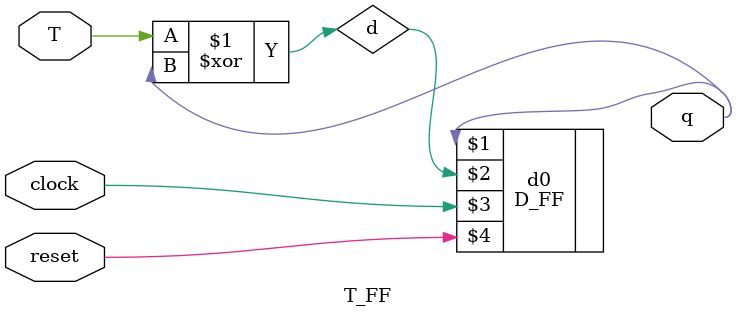
<source format=v>
module T_FF (q, T, clock, reset);

	output q;
	input T, clock, reset;
	wire d;
	
	
	xor n1 (d, T, q); 
	// xor is a Verilog-provided primitive. Case sensitive.
		
	D_FF d0 (q, d, clock, reset);
	
endmodule
</source>
